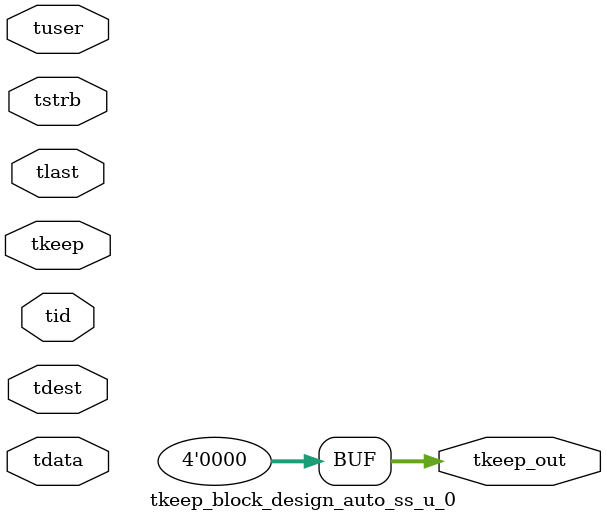
<source format=v>


`timescale 1ps/1ps

module tkeep_block_design_auto_ss_u_0 #
(
parameter C_S_AXIS_TDATA_WIDTH = 32,
parameter C_S_AXIS_TUSER_WIDTH = 0,
parameter C_S_AXIS_TID_WIDTH   = 0,
parameter C_S_AXIS_TDEST_WIDTH = 0,
parameter C_M_AXIS_TDATA_WIDTH = 32
)
(
input  [(C_S_AXIS_TDATA_WIDTH == 0 ? 1 : C_S_AXIS_TDATA_WIDTH)-1:0     ] tdata,
input  [(C_S_AXIS_TUSER_WIDTH == 0 ? 1 : C_S_AXIS_TUSER_WIDTH)-1:0     ] tuser,
input  [(C_S_AXIS_TID_WIDTH   == 0 ? 1 : C_S_AXIS_TID_WIDTH)-1:0       ] tid,
input  [(C_S_AXIS_TDEST_WIDTH == 0 ? 1 : C_S_AXIS_TDEST_WIDTH)-1:0     ] tdest,
input  [(C_S_AXIS_TDATA_WIDTH/8)-1:0 ] tkeep,
input  [(C_S_AXIS_TDATA_WIDTH/8)-1:0 ] tstrb,
input                                                                    tlast,
output [(C_M_AXIS_TDATA_WIDTH/8)-1:0 ] tkeep_out
);

assign tkeep_out = {1'b0};

endmodule


</source>
